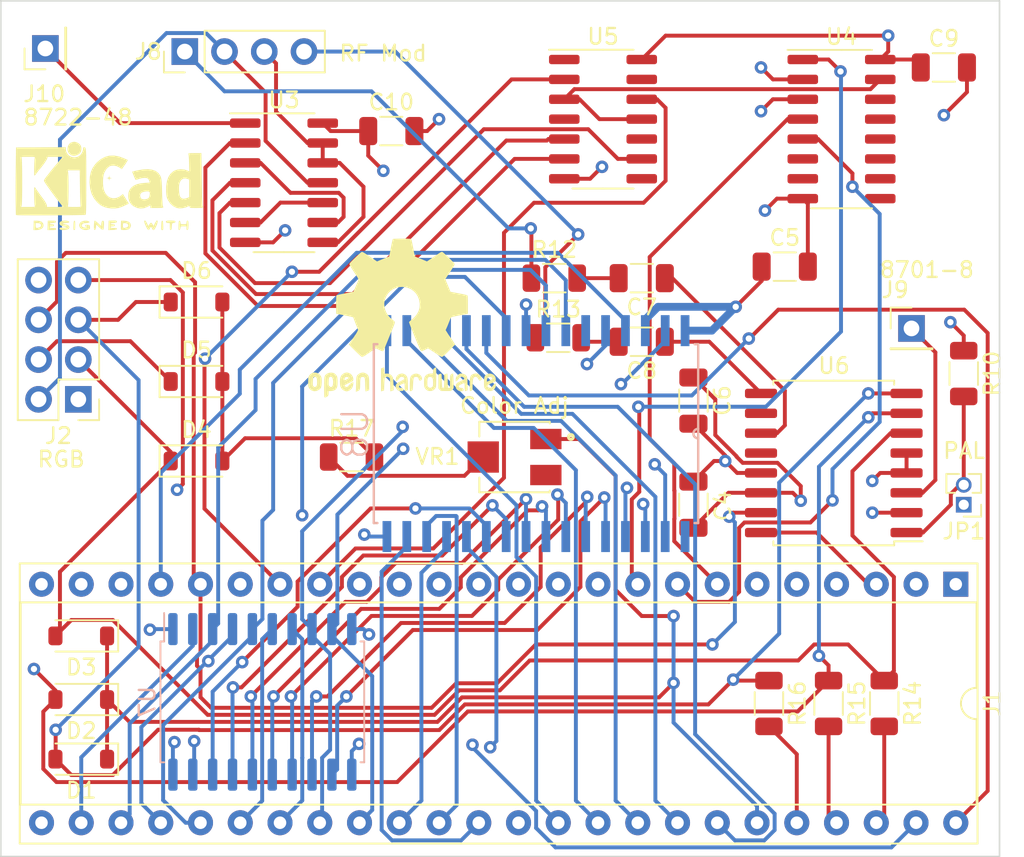
<source format=kicad_pcb>
(kicad_pcb (version 20221018) (generator pcbnew)
  (layers (0 "F.Cu" signal) (1 "In1.Cu" mixed "Power") (2 "In2.Cu" power "Ground") (31 "B.Cu" signal) (34 "B.Paste" user) (35 "F.Paste" user) (36 "B.SilkS" user "B.Silkscreen") (37 "F.SilkS" user "F.Silkscreen") (38 "B.Mask" user) (39 "F.Mask" user) (44 "Edge.Cuts" user))
  (net 0 "")
  (net 1 "GRN")
  (net 2 "RED")
  (net 3 "+5V")
  (net 4 "GND")
  (net 5 "Net-(C7-Pad2)")
  (net 6 "Net-(C8-Pad2)")
  (net 7 "VINT")
  (net 8 "BLU")
  (net 9 "Net-(D4-A)")
  (net 10 "HSYNC")
  (net 11 "{slash}CSVDC")
  (net 12 "R{slash}W")
  (net 13 "VSYNC")
  (net 14 "VBLU")
  (net 15 "VGRN")
  (net 16 "VRED")
  (net 17 "NTSC{slash}PAL")
  (net 18 "Net-(R17-Pad1)")
  (net 19 "A0")
  (net 20 "MOS8701p8")
  (net 21 "D7")
  (net 22 "D0")
  (net 23 "D1")
  (net 25 "{slash}RAS")
  (net 26 "{slash}CAS")
  (net 34 "DR{slash}W")
  (net 44 "~SELOUT")
  (net 45 "SELOUT")
  (net 46 "/VDC Memory Exp/DD7")
  (net 47 "/VDC Memory Exp/DD6")
  (net 48 "/VDC Memory Exp/DD5")
  (net 49 "/VDC Memory Exp/DD4")
  (net 50 "/VDC Memory Exp/DD3")
  (net 51 "/VDC Memory Exp/DD2")
  (net 52 "/VDC Memory Exp/DD1")
  (net 53 "/VDC Memory Exp/DD0")
  (net 54 "/VDC Memory Exp/DA7")
  (net 55 "/VDC Memory Exp/DA6")
  (net 56 "/VDC Memory Exp/DA5")
  (net 57 "/VDC Memory Exp/DA4")
  (net 58 "/VDC Memory Exp/DA3")
  (net 59 "/VDC Memory Exp/DA2")
  (net 60 "/VDC Memory Exp/DA1")
  (net 61 "/VDC Memory Exp/DA0")
  (net 62 "LUM80")
  (net 63 "CHR80")
  (net 64 "Net-(U6-LUM_OUT)")
  (net 65 "Net-(U6-CHROM_OUT)")
  (net 66 "Net-(U3-Pad10)")
  (net 67 "Net-(U3-Pad3)")
  (net 68 "Net-(U5B-Q)")
  (net 69 "Net-(U5A-Q)")
  (net 70 "Net-(U5A-~{Q})")
  (net 71 "Net-(U4-Y0)")
  (net 78 "MOS8722p48")
  (net 86 "Net-(U7-Q0)")
  (net 87 "Net-(U7-Q1)")
  (net 88 "Net-(U7-Q2)")
  (net 89 "Net-(U7-Q3)")
  (net 90 "Net-(U7-Q4)")
  (net 91 "Net-(U7-Q5)")
  (net 92 "Net-(U7-Q6)")
  (net 93 "Net-(U7-Q7)")
  (footprint "Package_SO:SOIC-16W_7.5x10.3mm_P1.27mm" (layer "F.Cu") (at 171.274 117.729 180)
    (fp_text reference "U6")
    (fp_text value "AD725")
  )
  (footprint "Diode_SMD:D_SOD-123" (layer "F.Cu") (at 130.556 112.522)
    (fp_text reference "D5")
    (fp_text value "1N4148W" hide)
  )
  (footprint "Resistor_SMD:R_1206_3216Metric" (layer "F.Cu") (at 153.416 105.918)
    (fp_text reference "R12")
    (fp_text value "75")
  )
  (footprint "Capacitor_SMD:C_1206_3216Metric" (layer "F.Cu") (at 143.002 96.52)
    (fp_text reference "C10")
    (fp_text value "0.1uF")
  )
  (footprint "Resistor_SMD:R_1206_3216Metric" (layer "F.Cu") (at 140.462 117.348)
    (fp_text reference "R17")
    (fp_text value "470")
  )
  (footprint "Diode_SMD:D_SOD-123" (layer "F.Cu") (at 130.556 107.442)
    (fp_text reference "D6")
    (fp_text value "1N4148W" hide)
  )
  (footprint "Connector_PinHeader_2.54mm:PinHeader_1x01_P2.54mm_Vertical" (layer "F.Cu") (at 176.240182 109.130822)
    (fp_text reference "J9")
    (fp_text value "8701p8")
  )
  (footprint "Package_SO:SOIC-14_3.9x8.7mm_P1.27mm" (layer "F.Cu") (at 136.144 99.822)
    (fp_text reference "U3")
    (fp_text value "74LS00")
  )
  (footprint "Capacitor_SMD:C_1206_3216Metric" (layer "F.Cu") (at 162.306 113.743 -90)
    (fp_text reference "C6")
    (fp_text value "0.1uF")
  )
  (footprint "Package_DIP:DIP-48_W15.24mm_Socket" (layer "F.Cu") (at 179.07 125.476 -90)
    (fp_text reference "J1")
    (fp_text value "VDC Socket" hide)
  )
  (footprint "Capacitor_SMD:C_1206_3216Metric" (layer "F.Cu") (at 162.306 120.396 90)
    (fp_text reference "C4")
    (fp_text value "10uF")
  )
  (footprint "Capacitor_SMD:C_1206_3216Metric" (layer "F.Cu") (at 178.308 92.456)
    (fp_text reference "C9")
    (fp_text value "0.1uF")
  )
  (footprint "LOGO" (layer "F.Cu") (at 124.957845 100.026055)
    (fp_text reference "G***" hide)
    (fp_text value "LOGO" hide)
  )
  (footprint "Package_SO:SO-14_3.9x8.65mm_P1.27mm" (layer "F.Cu") (at 156.529 95.758)
    (fp_text reference "U5")
    (fp_text value "74LS74")
  )
  (footprint "Resistor_SMD:R_1206_3216Metric" (layer "F.Cu") (at 174.498 133.096 -90)
    (fp_text reference "R14")
    (fp_text value "1k")
  )
  (footprint "Capacitor_SMD:C_1206_3216Metric" (layer "F.Cu") (at 159.004 105.918 180)
    (fp_text reference "C7")
    (fp_text value "220uF")
  )
  (footprint "Capacitor_SMD:C_1206_3216Metric" (layer "F.Cu") (at 159.004 109.982 180)
    (fp_text reference "C8")
    (fp_text value "220uF")
  )
  (footprint "Diode_SMD:D_SOD-123" (layer "F.Cu") (at 130.556 117.602)
    (fp_text reference "D4")
    (fp_text value "1N4148W" hide)
  )
  (footprint "Resistor_SMD:R_1206_3216Metric" (layer "F.Cu") (at 179.578 112.014 -90)
    (fp_text reference "R10")
    (fp_text value "10k")
  )
  (footprint "Connector_PinHeader_2.54mm:PinHeader_1x04_P2.54mm_Vertical" (layer "F.Cu") (at 129.804 91.44 90)
    (fp_text reference "J8")
    (fp_text value "VIDOUT" hide)
  )
  (footprint "Capacitor_SMD:C_1206_3216Metric" (layer "F.Cu") (at 168.140902 105.182831)
    (fp_text reference "C5")
    (fp_text value "0.1uF")
  )
  (footprint "Resistor_SMD:R_1206_3216Metric" (layer "F.Cu") (at 167.132 133.096 -90)
    (fp_text reference "R16")
    (fp_text value "1k")
  )
  (footprint "Connector_PinHeader_1.27mm:PinHeader_1x02_P1.27mm_Vertical" (layer "F.Cu") (at 179.578 120.396 180)
    (fp_text reference "JP1")
    (fp_text value "NTSC/PAL")
  )
  (footprint "Resistor_SMD:R_1206_3216Metric" (layer "F.Cu") (at 170.942 133.096 -90)
    (fp_text reference "R15")
    (fp_text value "1k")
  )
  (footprint "Diode_SMD:D_SOD-123" (layer "F.Cu") (at 123.19 132.842 180)
    (fp_text reference "D2")
    (fp_text value "1N4148W" hide)
  )
  (footprint "Diode_SMD:D_SOD-123" (layer "F.Cu") (at 123.19 136.652 180)
    (fp_text reference "D1")
    (fp_text value "1N4148W" hide)
  )
  (footprint "LOGO" (layer "F.Cu") (at 143.674179 108.452411)
    (fp_text reference "G***" hide)
    (fp_text value "LOGO" hide)
  )
  (footprint "Resistor_SMD:R_1206_3216Metric" (layer "F.Cu") (at 153.67 109.728)
    (fp_text reference "R13")
    (fp_text value "75")
  )
  (footprint "Package_SO:SOIC-16_3.9x9.9mm_P1.27mm" (layer "F.Cu") (at 171.769 96.393)
    (fp_text reference "U4")
    (fp_text value "74HC238")
  )
  (footprint "Diode_SMD:D_SOD-123" (layer "F.Cu") (at 123.19 128.778 180)
    (fp_text reference "D3")
    (fp_text value "1N4148W" hide)
  )
  (footprint "Connector_PinHeader_2.54mm:PinHeader_1x01_P2.54mm_Vertical" (layer "F.Cu") (at 120.896643 91.243806 90)
    (fp_text reference "J10")
    (fp_text value "8722p48" hide)
  )
  (footprint "r2v2_proj_models:TRIM_3314J-1-501E" (layer "F.Cu") (at 150.876 117.348 90)
    (fp_text reference "VR1")
    (fp_text value "Color Adj")
  )
  (footprint "Connector_PinHeader_2.54mm:PinHeader_2x04_P2.54mm_Vertical" (layer "F.Cu") (at 123.002887 113.661445 180)
    (fp_text reference "J2")
    (fp_text value "RGBout")
  )
  (footprint "Package_SO:SOIC-20W_7.5x12.8mm_P1.27mm" (layer "B.Cu") (at 134.760431 132.993162 -90)
    (fp_text reference "U7")
    (fp_text value "74LS573")
  )
  (footprint "r2v2_proj_models:SOIC127P1412X305-32N" (layer "B.Cu") (at 152.246757 115.850885 90)
    (fp_text reference "U8")
    (fp_text value "IS62C1024AL-35QLI-TR" hide)
  )
  (gr_rect (start 118.04804 88.195151) (end 181.864 142.875) (stroke (width 0.1)) (fill none) (layer "Edge.Cuts"))
  (gr_text "8701-8" (at 174.124874 105.96886) (layer "F.SilkS") (effects (font (size 1 1)) (justify left bottom)))
  (gr_text "PAL" (at 178.171749 117.529264) (layer "F.SilkS") (effects (font (size 1 1)) (justify left bottom)))
  (gr_text "RGB" (at 120.308385 118.077865) (layer "F.SilkS") (effects (font (size 1 1)) (justify left bottom)))
  (gr_text "8722-48" (at 119.407804 96.229744) (layer "F.SilkS") (effects (font (size 1 1)) (justify left bottom)))
  (gr_text "RF Mod" (at 139.594216 92.137563) (layer "F.SilkS") (effects (font (size 1 1)) (justify left bottom)))
  (segment (start 168.9715 133.604) (end 170.942 131.6335) (width 0.25) (layer "F.Cu") (net 1))
  (segment (start 170.325 130.048) (end 170.942 130.665) (width 0.25) (layer "F.Cu") (net 1))
  (segment (start 143.377808 138.118) (end 147.891808 133.604) (width 0.25) (layer "F.Cu") (net 1))
  (segment (start 121.54 132.265498) (end 121.54 132.842) (width 0.25) (layer "F.Cu") (net 1))
  (segment (start 120.765 137.275) (end 121.608 138.118) (width 0.25) (layer "F.Cu") (net 1))
  (segment (start 128.906 112.522) (end 126.330445 109.946445) (width 0.25) (layer "F.Cu") (net 1))
  (segment (start 147.891808 133.604) (end 168.9715 133.604) (width 0.25) (layer "F.Cu") (net 1))
  (segment (start 121.54 132.842) (end 120.765 133.617) (width 0.25) (layer "F.Cu") (net 1))
  (segment (start 120.167178 130.892676) (end 121.54 132.265498) (width 0.25) (layer "F.Cu") (net 1))
  (segment (start 121.608 138.118) (end 143.377808 138.118) (width 0.25) (layer "F.Cu") (net 1))
  (segment (start 126.330445 109.946445) (end 121.637887 109.946445) (width 0.25) (layer "F.Cu") (net 1))
  (segment (start 121.637887 109.946445) (end 120.462887 111.121445) (width 0.25) (layer "F.Cu") (net 1))
  (segment (start 173.736 114.554) (end 175.924 114.554) (width 0.25) (layer "F.Cu") (net 1))
  (segment (start 170.942 130.665) (end 170.942 131.6335) (width 0.25) (layer "F.Cu") (net 1))
  (segment (start 120.765 133.617) (end 120.765 137.275) (width 0.25) (layer "F.Cu") (net 1))
  (segment (start 173.482 114.808) (end 173.736 114.554) (width 0.25) (layer "F.Cu") (net 1))
  (via (at 170.325 130.048) (size 0.8) (drill 0.4) (layers "F.Cu" "B.Cu") (net 1))
  (via (at 120.167178 130.892676) (size 0.8) (drill 0.4) (layers "F.Cu" "B.Cu") (net 1))
  (via (at 173.482 114.808) (size 0.8) (drill 0.4) (layers "F.Cu" "B.Cu") (net 1))
  (segment (start 170.325 130.048) (end 170.325 117.965) (width 0.25) (layer "B.Cu") (net 1))
  (segment (start 170.325 117.965) (end 173.482 114.808) (width 0.25) (layer "B.Cu") (net 1))
  (segment (start 145.765656 133.820964) (end 131.267016 133.820964) (width 0.25) (layer "F.Cu") (net 2))
  (segment (start 147.33262 132.254) (end 145.765656 133.820964) (width 0.25) (layer "F.Cu") (net 2))
  (segment (start 169.000482 130.347213) (end 151.846787 130.347213) (width 0.25) (layer "F.Cu") (net 2))
  (segment (start 175.924 115.824) (end 174.899001 115.824) (width 0.25) (layer "F.Cu") (net 2))
  (segment (start 122.111 128.207) (end 121.54 128.778) (width 0.25) (layer "F.Cu") (net 2))
  (segment (start 122.556 127.762) (end 122.111 128.207) (width 0.25) (layer "F.Cu") (net 2))
  (segment (start 131.267016 133.820964) (end 125.208052 127.762) (width 0.25) (layer "F.Cu") (net 2))
  (segment (start 121.828208 128.489792) (end 121.54 128.778) (width 0.25) (layer "F.Cu") (net 2))
  (segment (start 123.002887 111.121445) (end 128.906 117.024558) (width 0.25) (layer "F.Cu") (net 2))
  (segment (start 174.498 131.6335) (end 172.1875 129.323) (width 0.25) (layer "F.Cu") (net 2))
  (segment (start 149.94 132.254) (end 147.33262 132.254) (width 0.25) (layer "F.Cu") (net 2))
  (segment (start 151.846787 130.347213) (end 149.94 132.254) (width 0.25) (layer "F.Cu") (net 2))
  (segment (start 175.115 125.010009) (end 175.115 131.0165) (width 0.25) (layer "F.Cu") (net 2))
  (segment (start 172.466 118.257001) (end 172.466 122.361009) (width 0.25) (layer "F.Cu") (net 2))
  (segment (start 128.906 117.602) (end 121.828208 124.679792) (width 0.25) (layer "F.Cu") (net 2))
  (segment (start 128.906 117.024558) (end 128.906 117.602) (width 0.25) (layer "F.Cu") (net 2))
  (segment (start 174.899001 115.824) (end 172.466 118.257001) (width 0.25) (layer "F.Cu") (net 2))
  (segment (start 121.828208 124.679792) (end 121.828208 128.489792) (width 0.25) (layer "F.Cu") (net 2))
  (segment (start 175.115 131.0165) (end 174.498 131.6335) (width 0.25) (layer "F.Cu") (net 2))
  (segment (start 172.466 122.361009) (end 175.115 125.010009) (width 0.25) (layer "F.Cu") (net 2))
  (segment (start 125.208052 127.762) (end 122.556 127.762) (width 0.25) (layer "F.Cu") (net 2))
  (segment (start 172.1875 129.323) (end 170.024695 129.323) (width 0.25) (layer "F.Cu") (net 2))
  (segment (start 170.024695 129.323) (end 169.000482 130.347213) (width 0.25) (layer "F.Cu") (net 2))
  (segment (start 162.306 112.268) (end 163.703086 113.665086) (width 0.25) (layer "F.Cu") (net 3))
  (segment (start 141.527 98.093) (end 142.494 99.06) (width 0.25) (layer "F.Cu") (net 3))
  (segment (start 175.924 118.364) (end 174.244 118.364) (width 0.25) (layer "F.Cu") (net 3))
  (segment (start 160.528 90.424) (end 159.004 91.948) (width 0.25) (layer "F.Cu") (net 3))
  (segment (start 167.679908 117.719) (end 169.164 119.203092) (width 0.25) (layer "F.Cu") (net 3))
  (segment (start 174.752 91.44) (end 174.752 90.424) (width 0.25) (layer "F.Cu") (net 3))
  (segment (start 168.656 119.634) (end 169.164 120.142) (width 0.25) (layer "F.Cu") (net 3))
  (segment (start 165.063 117.301695) (end 165.063 117.326934) (width 0.25) (layer "F.Cu") (net 3))
  (segment (start 174.244 91.948) (end 174.752 91.44) (width 0.25) (layer "F.Cu") (net 3))
  (segment (start 174.244 91.948) (end 176.325 91.948) (width 0.25) (layer "F.Cu") (net 3))
  (segment (start 163.703086 113.665086) (end 163.703086 115.941781) (width 0.25) (layer "F.Cu") (net 3))
  (segment (start 176.325 91.948) (end 176.833 92.456) (width 0.25) (layer "F.Cu") (net 3))
  (segment (start 174.752 90.424) (end 160.528 90.424) (width 0.25) (layer "F.Cu") (net 3))
  (segment (start 166.665902 106.091491) (end 165.008008 107.749385) (width 0.25) (layer "F.Cu") (net 3))
  (segment (start 141.527 96.52) (end 141.527 98.093) (width 0.25) (layer "F.Cu") (net 3))
  (segment (start 179.578 110.5515) (end 179.578 109.584421) (width 0.25) (layer "F.Cu") (net 3))
  (segment (start 174.244 118.364) (end 173.736 118.872) (width 0.25) (layer "F.Cu") (net 3))
  (segment (start 139.127 96.52) (end 138.619 96.012) (width 0.25) (layer "F.Cu") (net 3))
  (segment (start 165.063 117.326934) (end 165.455066 117.719) (width 0.25) (layer "F.Cu") (net 3))
  (segment (start 169.164 119.203092) (end 169.164 120.142) (width 0.25) (layer "F.Cu") (net 3))
  (segment (start 179.578 109.584421) (end 178.724805 108.731226) (width 0.25) (layer "F.Cu") (net 3))
  (segment (start 175.924 117.094) (end 175.924 118.364) (width 0.25) (layer "F.Cu") (net 3))
  (segment (start 163.703086 115.941781) (end 165.063 117.301695) (width 0.25) (layer "F.Cu") (net 3))
  (segment (start 164.543 119.634) (end 166.624 119.634) (width 0.25) (layer "F.Cu") (net 3))
  (segment (start 166.624 119.634) (end 168.656 119.634) (width 0.25) (layer "F.Cu") (net 3))
  (segment (start 141.527 96.52) (end 139.127 96.52) (width 0.25) (layer "F.Cu") (net 3))
  (segment (start 162.306 121.871) (end 164.543 119.634) (width 0.25) (layer "F.Cu") (net 3))
  (segment (start 166.665902 105.182831) (end 166.665902 106.091491) (width 0.25) (layer "F.Cu") (net 3))
  (segment (start 165.455066 117.719) (end 167.679908 117.719) (width 0.25) (layer "F.Cu") (net 3))
  (via (at 165.008008 107.749385) (size 0.8) (drill 0.4) (layers "F.Cu" "B.Cu") (net 3))
  (via (at 169.164 120.142) (size 0.8) (drill 0.4) (layers "F.Cu" "B.Cu") (net 3))
  (via (at 142.494 99.06) (size 0.8) (drill 0.4) (layers "F.Cu" "B.Cu") (net 3))
  (via (at 174.752 90.424) (size 0.8) (drill 0.4) (layers "F.Cu" "B.Cu") (net 3))
  (via (at 129.145431 135.564411) (size 0.8) (drill 0.4) (layers "F.Cu" "B.Cu") (net 3))
  (via (at 173.736 118.872) (size 0.8) (drill 0.4) (layers "F.Cu" "B.Cu") (net 3))
  (via (at 178.724805 108.731226) (size 0.8) (drill 0.4) (layers "F.Cu" "B.Cu") (net 3))
  (segment (start 129.045431 137.643162) (end 129.045431 135.664411) (width 0.25) (layer "B.Cu") (net 3))
  (segment (start 163.485108 109.272285) (end 165.008008 107.749385) (width 0.5) (layer "B.Cu") (net 3))
  (segment (start 161.771757 109.272285) (end 163.485108 109.272285) (width 0.5) (layer "B.Cu") (net 3))
  (segment (start 159.231757 109.272285) (end 159.231757 108.561085) (width 0.5) (layer "B.Cu") (net 3))
  (segment (start 160.043457 107.749385) (end 165.008008 107.749385) (width 0.5) (layer "B.Cu") (net 3))
  (segment (start 159.231757 108.561085) (end 160.043457 107.749385) (width 0.5) (layer "B.Cu") (net 3))
  (segment (start 129.045431 135.664411) (end 129.145431 135.564411) (width 0.25) (layer "B.Cu") (net 3))
  (segment (start 162.306 115.218) (end 164.338 117.25) (width 0.25) (layer "F.Cu") (net 4))
  (segment (start 169.294 93.218) (end 167.386 93.218) (width 0.25) (layer "F.Cu") (net 4))
  (segment (start 165.1 118.364) (end 164.338 117.602) (width 0.25) (layer "F.Cu") (net 4))
  (segment (start 169.615902 101.159902) (end 169.615902 105.182831) (width 0.25) (layer "F.Cu") (net 4))
  (segment (start 179.783 92.456) (end 179.783 94.029) (width 0.25) (layer "F.Cu") (net 4))
  (segment (start 169.294 100.838) (end 167.64 100.838) (width 0.25) (layer "F.Cu") (net 4))
  (segment (start 164.338 117.25) (end 164.338 117.602) (width 0.25) (layer "F.Cu") (net 4))
  (segment (start 144.477 96.52) (end 145.288 96.52) (width 0.25) (layer "F.Cu") (net 4))
  (segment (start 162.306 118.921) (end 163.625 117.602) (width 0.25) (layer "F.Cu") (net 4))
  (segment (start 167.64 100.838) (end 166.878 101.6) (width 0.25) (layer "F.Cu") (net 4))
  (segment (start 175.924 120.904) (end 173.736 120.904) (width 0.25) (layer "F.Cu") (net 4))
  (segment (start 167.386 94.488) (end 166.624 95.25) (width 0.25) (layer "F.Cu") (net 4))
  (segment (start 155.702 99.568) (end 156.464 98.806) (width 0.25) (layer "F.Cu") (net 4))
  (segment (start 179.783 94.029) (end 178.308 95.504) (width 0.25) (layer "F.Cu") (net 4))
  (segment (start 167.386 93.218) (end 166.624 92.456) (width 0.25) (layer "F.Cu") (net 4))
  (segment (start 154.054 99.568) (end 155.702 99.568) (width 0.25) (layer "F.Cu") (net 4))
  (segment (start 169.294 100.838) (end 169.615902 101.159902) (width 0.25) (layer "F.Cu") (net 4))
  (segment (start 145.288 96.52) (end 146.05 95.758) (width 0.25) (layer "F.Cu") (net 4))
  (segment (start 133.669 103.632) (end 135.450785 103.632) (width 0.25) (layer "F.Cu") (net 4))
  (segment (start 169.294 94.488) (end 167.386 94.488) (width 0.25) (layer "F.Cu") (net 4))
  (segment (start 135.450785 103.632) (end 136.217356 102.865429) (width 0.25) (layer "F.Cu") (net 4))
  (segment (start 163.625 117.602) (end 164.338 117.602) (width 0.25) (layer "F.Cu") (net 4))
  (segment (start 166.624 118.364) (end 165.1 118.364) (width 0.25) (layer "F.Cu") (net 4))
  (via (at 166.624 92.456) (size 0.8) (drill 0.4) (layers "F.Cu" "B.Cu") (net 4))
  (via (at 178.308 95.504) (size 0.8) (drill 0.4) (layers "F.Cu" "B.Cu") (net 4))
  (via (at 146.05 95.758) (size 0.8) (drill 0.4) (layers "F.Cu" "B.Cu") (net 4))
  (via (at 156.464 98.806) (size 0.8) (drill 0.4) (layers "F.Cu" "B.Cu") (net 4))
  (via (at 166.624 95.25) (size 0.8) (drill 0.4) (layers "F.Cu" "B.Cu") (net 4))
  (via (at 141.277743 122.303064) (size 0.8) (drill 0.4) (layers "F.Cu" "B.Cu") (net 4))
  (via (at 173.736 120.904) (size 0.8) (drill 0.4) (layers "F.Cu" "B.Cu") (net 4))
  (via (at 151.613207 107.604487) (size 0.8) (drill 0.4) (layers "F.Cu" "B.Cu") (net 4))
  (via (at 136.217356 102.865429) (size 0.8) (drill 0.4) (layers "F.Cu" "B.Cu") (net 4))
  (via (at 166.878 101.6) (size 0.8) (drill 0.4) (layers "F.Cu" "B.Cu") (net 4))
  (via (at 127.58 128.381552) (size 0.8) (drill 0.4) (layers "F.Cu" "B.Cu") (net 4))
  (via (at 159.833852 117.81572) (size 0.8) (drill 0.4) (layers "F.Cu" "B.Cu") (net 4))
  (via (at 164.338 117.602) (size 0.8) (drill 0.4) (layers "F.Cu" "B.Cu") (net 4))
  (via (at 141.574373 128.685899) (size 0.8) (drill 0.4) (layers "F.Cu" "B.Cu") (net 4))
  (segment (start 151.611757 108.721153) (end 151.611757 109.272285) (width 0.25) (layer "B.Cu") (net 4))
  (segment (start 160.501757 118.483625) (end 159.833852 117.81572) (width 0.25) (layer "B.Cu") (net 4))
  (segment (start 141.231636 128.343162) (end 141.574373 128.685899) (width 0.25) (layer "B.Cu") (net 4))
  (segment (start 129.045431 128.343162) (end 127.61839 128.343162) (width 0.25) (layer "B.Cu") (net 4))
  (segment (start 160.501757 122.429485) (end 160.501757 118.483625) (width 0.25) (layer "B.Cu") (net 4))
  (segment (start 127.61839 128.343162) (end 127.58 128.381552) (width 0.25) (layer "B.Cu") (net 4))
  (segment (start 140.475431 128.343162) (end 141.231636 128.343162) (width 0.25) (layer "B.Cu") (net 4))
  (segment (start 141.404164 122.429485) (end 141.277743 122.303064) (width 0.25) (layer "B.Cu") (net 4))
  (segment (start 142.721757 122.429485) (end 141.404164 122.429485) (width 0.25) (layer "B.Cu") (net 4))
  (segment (start 151.613207 108.719703) (end 151.611757 108.721153) (width 0.25) (layer "B.Cu") (net 4))
  (segment (start 151.613207 107.604487) (end 151.613207 108.719703) (width 0.25) (layer "B.Cu") (net 4))
  (segment (start 157.529 105.918) (end 154.8785 105.918) (width 0.25) (layer "F.Cu") (net 5))
  (segment (start 155.3865 109.982) (end 155.1325 109.728) (width 0.25) (layer "F.Cu") (net 6))
  (segment (start 157.529 109.982) (end 155.3865 109.982) (width 0.25) (layer "F.Cu") (net 6))
  (segment (start 147.519016 132.704) (end 160.11217 132.704) (width 0.25) (layer "F.Cu") (net 7))
  (segment (start 126.268964 134.270964) (end 145.952052 134.270964) (width 0.25) (layer "F.Cu") (net 7))
  (segment (start 157.335 118.548002) (end 157.335 125.839) (width 0.25) (layer "F.Cu") (net 7))
  (segment (start 154.984998 116.198) (end 157.335 118.548002) (width 0.25) (layer "F.Cu") (net 7))
  (segment (start 157.335 125.839) (end 159.004 127.508) (width 0.25) (layer "F.Cu") (net 7))
  (segment (start 160.11217 132.704) (end 161.036 131.78017) (width 0.25) (layer "F.Cu") (net 7))
  (segment (start 152.876 116.198) (end 154.984998 116.198) (width 0.25) (layer "F.Cu") (net 7))
  (segment (start 159.004 127.508) (end 161.036 127.508) (width 0.25) (layer "F.Cu") (net 7))
  (segment (start 124.84 132.842) (end 124.84 136.652) (width 0.25) (layer "F.Cu") (net 7))
  (segment (start 124.84 128.778) (end 124.84 132.842) (width 0.25) (layer "F.Cu") (net 7))
  (segment (start 145.952052 134.270964) (end 147.519016 132.704) (width 0.25) (layer "F.Cu") (net 7))
  (segment (start 124.84 132.842) (end 126.268964 134.270964) (width 0.25) (layer "F.Cu") (net 7))
  (via (at 161.036 131.78017) (size 0.8) (drill 0.4) (layers "F.Cu" "B.Cu") (net 7))
  (via (at 161.036 127.508) (size 0.8) (drill 0.4) (layers "F.Cu" "B.Cu") (net 7))
  (segment (start 161.036 131.78017) (end 161.036 134.31795) (width 0.25) (layer "B.Cu") (net 7))
  (segment (start 161.036 127.508) (end 161.036 131.78017) (width 0.25) (layer "B.Cu") (net 7))
  (segment (start 166.37 139.65195) (end 166.37 140.716) (width 0.25) (layer "B.Cu") (net 7))
  (segment (start 161.036 134.31795) (end 166.37 139.65195) (width 0.25) (layer "B.Cu") (net 7))
  (segment (start 130.706003 134.773462) (end 128.10259 134.773462) (width 0.25) (layer "F.Cu") (net 8))
  (segment (start 121.553915 134.778486) (end 121.553915 136.638085) (width 0.25) (layer "F.Cu") (net 8))
  (segment (start 164.9075 131.6335) (end 164.846 131.572) (width 0.25) (layer "F.Cu") (net 8))
  (segment (start 163.264 133.154) (end 147.705412 133.154) (width 0.25) (layer "F.Cu") (net 8))
  (segment (start 125.542887 108.581445) (end 126.682332 107.442) (width 0.25) (layer "F.Cu") (net 8))
  (segment (start 122.556 137.668) (end 121.54 136.652) (width 0.25) (layer "F.Cu") (net 8))
  (segment (start 167.132 131.6335) (end 164.9075 131.6335) (width 0.25) (layer "F.Cu") (net 8))
  (segment (start 125.208052 137.668) (end 122.556 137.668) (width 0.25) (layer "F.Cu") (net 8))
  (segment (start 128.906 107.442) (end 126.682332 107.442) (width 0.25) (layer "F.Cu") (net 8))
  (segment (start 173.482 113.284) (end 175.924 113.284) (width 0.25) (layer "F.Cu") (net 8))
  (segment (start 147.705412 133.154) (end 146.06368 134.795732) (width 0.25) (layer "F.Cu") (net 8))
  (segment (start 128.10259 134.773462) (end 125.208052 137.668) (width 0.25) (layer "F.Cu") (net 8))
  (segment (start 130.728273 134.795732) (end 130.706003 134.773462) (width 0.25) (layer "F.Cu") (net 8))
  (segment (start 164.846 131.572) (end 163.264 133.154) (width 0.25) (layer "F.Cu") (net 8))
  (segment (start 146.06368 134.795732) (end 130.728273 134.795732) (width 0.25) (layer "F.Cu") (net 8))
  (segment (start 123.002887 108.581445) (end 125.542887 108.581445) (width 0.25) (layer "F.Cu") (net 8))
  (segment (start 121.553915 136.638085) (end 121.54 136.652) (width 0.25) (layer "F.Cu") (net 8))
  (via (at 173.482 113.284) (size 0.8) (drill 0.4) (layers "F.Cu" "B.Cu") (net 8))
  (via (at 164.846 131.572) (size 0.8) (drill 0.4) (layers "F.Cu" "B.Cu") (net 8))
  (via (at 121.553915 134.778486) (size 0.8) (drill 0.4) (layers "F.Cu" "B.Cu") (net 8))
  (segment (start 167.785 128.633) (end 167.785 118.981) (width 0.25) (layer "B.Cu") (net 8))
  (segment (start 126.855 129.477401) (end 121.553915 134.778486) (width 0.25) (layer "B.Cu") (net 8))
  (segment (start 164.846 131.572) (end 167.785 128.633) (width 0.25) (layer "B.Cu") (net 8))
  (segment (start 123.002887 108.581445) (end 126.855 112.433558) (width 0.25) (layer "B.Cu") (net 8))
  (segment (start 126.855 112.433558) (end 126.855 129.477401) (width 0.25) (layer "B.Cu") (net 8))
  (segment (start 167.785 118.981) (end 173.482 113.284) (width 0.25) (layer "B.Cu") (net 8))
  (segment (start 132.206 107.442) (end 132.206 112.522) (width 0.25) (layer "F.Cu") (net 9))
  (segment (start 132.206 117.602) (end 133.66 116.148) (width 0.25) (layer "F.Cu") (net 9))
  (segment (start 132.206 112.522) (end 132.206 117.602) (width 0.25) (layer "F.Cu") (net 9))
  (segment (start 133.66 116.148) (end 140.7245 116.148) (width 0.25) (layer "F.Cu") (net 9))
  (segment (start 140.7245 116.148) (end 141.9245 117.348) (width 0.25) (layer "F.Cu") (net 9))
  (segment (start 129.681 106.832948) (end 128.889497 106.041445) (width 0.25) (layer "F.Cu") (net 10))
  (segment (start 170.179765 122.174) (end 173.481765 125.476) (width 0.25) (layer "F.Cu") (net 10))
  (segment (start 166.624 122.174) (end 170.179765 122.174) (width 0.25) (layer "F.Cu") (net 10))
  (segment (start 129.31304 119.439236) (end 129.681 119.071276) (width 0.25) (layer "F.Cu") (net 10))
  (segment (start 173.481765 125.476) (end 173.99 125.476) (width 0.25) (layer "F.Cu") (net 10))
  (segment (start 129.681 119.071276) (end 129.681 106.832948) (width 0.25) (layer "F.Cu") (net 10))
  (segment (start 128.889497 106.041445) (end 123.002887 106.041445) (width 0.25) (layer "F.Cu") (net 10))
  (via (at 129.31304 119.439236) (size 0.8) (drill 0.4) (layers "F.Cu" "B.Cu") (net 10))
  (segment (start 161.094274 121.287626) (end 161.094274 119.504374) (width 0.25) (layer "F.Cu") (net 11))
  (segment (start 161.081 117.758433) (end 159.512 116.189433) (width 0.25) (layer "F.Cu") (net 11))
  (segment (start 161.081 121.3009) (end 161.094274 121.287626) (width 0.25) (layer "F.Cu") (net 11))
  (segment (start 161.081 119.4911) (end 161.081 117.758433) (width 0.25) (layer "F.Cu") (net 11))
  (segment (start 159.512 104.565001) (end 168.319001 95.758) (width 0.25) (layer "F.Cu") (net 11))
  (segment (start 161.094274 119.504374) (end 161.081 119.4911) (width 0.25) (layer "F.Cu") (net 11))
  (segment (start 163.83 125.476) (end 161.081 122.727) (width 0.25) (layer "F.Cu") (net 11))
  (segment (start 168.319001 95.758) (end 169.294 95.758) (width 0.25) (layer "F.Cu") (net 11))
  (segment (start 161.081 122.727) (end 161.081 121.3009) (width 0.25) (layer "F.Cu") (net 11))
  (segment (start 159.512 116.189433) (end 159.512 104.565001) (width 0.25) (layer "F.Cu") (net 11))
  (segment (start 158.844489 114.195936) (end 158.844489 119.574215) (width 0.25) (layer "F.Cu") (net 12))
  (segment (start 158.368045 120.050659) (end 158.368045 125.094045) (width 0.25) (layer "F.Cu") (net 12))
  (segment (start 158.787 114.138447) (end 158.844489 114.195936) (width 0.25) (layer "F.Cu") (net 12))
  (segment (start 171.704 92.71) (end 170.942 91.948) (width 0.25) (layer "F.Cu") (net 12))
  (segment (start 158.844489 119.574215) (end 158.368045 120.050659) (width 0.25) (layer "F.Cu") (net 12))
  (segment (start 158.368045 125.094045) (end 158.75 125.476) (width 0.25) (layer "F.Cu") (net 12))
  (segment (start 170.942 91.948) (end 169.294 91.948) (width 0.25) (layer "F.Cu") (net 12))
  (via (at 171.704 92.71) (size 0.8) (drill 0.4) (layers "F.Cu" "B.Cu") (net 12))
  (via (at 158.787 114.138447) (size 0.8) (drill 0.4) (layers "F.Cu" "B.Cu") (net 12))
  (segment (start 171.735656 109.334111) (end 171.735656 92.741656) (width 0.25) (layer "B.Cu") (net 12))
  (segment (start 166.935495 114.134272) (end 171.735656 109.334111) (width 0.25) (layer "B.Cu") (net 12))
  (segment (start 158.787 114.138447) (end 158.791175 114.134272) (width 0.25) (layer "B.Cu") (net 12))
  (segment (start 158.791175 114.134272) (end 166.935495 114.134272) (width 0.25) (layer "B.Cu") (net 12))
  (segment (start 171.735656 92.741656) (end 171.704 92.71) (width 0.25) (layer "B.Cu") (net 12))
  (segment (start 130.81 125.476) (end 130.81 129.862504) (width 0.25) (layer "F.Cu") (net 13))
  (segment (start 130.81 130.910494) (end 130.81 132.696608) (width 0.25) (layer "F.Cu") (net 13))
  (segment (start 130.81 129.862504) (end 130.58631 130.086194) (width 0.25) (layer "F.Cu") (net 13))
  (segment (start 145.57926 133.370964) (end 147.146224 131.804) (width 0.25) (layer "F.Cu") (net 13))
  (segment (start 128.589212 104.302969) (end 122.201364 104.302969) (width 0.25) (layer "F.Cu") (net 13))
  (segment (start 130.375811 125.23607) (end 130.375811 110.761462) (width 0.25) (layer "F.Cu") (net 13))
  (segment (start 121.637887 104.866446) (end 121.637887 107.406445) (width 0.25) (layer "F.Cu") (net 13))
  (segment (start 130.463593 110.67368) (end 130.463593 106.17735) (width 0.25) (layer "F.Cu") (net 13))
  (segment (start 122.201364 104.302969) (end 121.637887 104.866446) (width 0.25) (layer "F.Cu") (net 13))
  (segment (start 130.463593 106.17735) (end 128.589212 104.302969) (width 0.25) (layer "F.Cu") (net 13))
  (segment (start 147.146224 131.804) (end 149.753604 131.804) (width 0.25) (layer "F.Cu") (net 13))
  (segment (start 166.624 120.904) (end 164.846 120.904) (width 0.25) (layer "F.Cu") (net 13))
  (segment (start 130.58631 130.686804) (end 130.81 130.910494) (width 0.25) (layer "F.Cu") (net 13))
  (segment (start 130.81 125.476) (end 130.615741 125.476) (width 0.25) (layer "F.Cu") (net 13))
  (segment (start 130.375811 110.761462) (end 130.463593 110.67368) (width 0.25) (layer "F.Cu") (net 13))
  (segment (start 130.58631 130.086194) (end 130.58631 130.686804) (width 0.25) (layer "F.Cu") (net 13))
  (segment (start 149.753604 131.804) (end 152.23304 129.324564) (width 0.25) (layer "F.Cu") (net 13))
  (segment (start 121.637887 107.406445) (end 120.462887 108.581445) (width 0.25) (layer "F.Cu") (net 13))
  (segment (start 164.846 120.904) (end 164.592 121.158) (width 0.25) (layer "F.Cu") (net 13))
  (segment (start 131.484356 133.370964) (end 145.57926 133.370964) (width 0.25) (layer "F.Cu") (net 13))
  (segment (start 152.23304 129.324564) (end 163.518118 129.324564) (width 0.25) (layer "F.Cu") (net 13))
  (segment (start 130.81 132.696608) (end 131.484356 133.370964) (width 0.25) (layer "F.Cu") (net 13))
  (segment (start 130.615741 125.476) (end 130.375811 125.23607) (width 0.25) (layer "F.Cu") (net 13))
  (via (at 164.592 121.158) (size 0.8) (drill 0.4) (layers "F.Cu" "B.Cu") (net 13))
  (via (at 163.518118 129.324564) (size 0.8) (drill 0.4) (layers "F.Cu" "B.Cu") (net 13))
  (segment (start 164.955 121.521) (end 164.592 121.158) (width 0.25) (layer "B.Cu") (net 13))
  (segment (start 163.518118 129.324564) (end 164.955 127.887682) (width 0.25) (layer "B.Cu") (net 13))
  (segment (start 164.955 127.887682) (end 164.955 121.521) (width 0.25) (layer "B.Cu") (net 13))
  (segment (start 168.91 136.3365) (end 168.91 140.716) (width 0.25) (layer "F.Cu") (net 14))
  (segment (start 167.132 134.5585) (end 168.91 136.3365) (width 0.25) (layer "F.Cu") (net 14))
  (segment (start 170.942 140.208) (end 171.45 140.716) (width 0.25) (layer "F.Cu") (net 15))
  (segment (start 170.942 134.5585) (end 170.942 140.208) (width 0.25) (layer "F.Cu") (net 15))
  (segment (start 174.498 140.208) (end 173.99 140.716) (width 0.25) (layer "F.Cu") (net 16))
  (segment (start 174.498 134.5585) (end 174.498 140.208) (width 0.25) (layer "F.Cu") (net 16))
  (segment (start 175.924 122.174) (end 176.973902 122.174) (width 0.25) (layer "F.Cu") (net 17))
  (segment (start 179.330236 119.126) (end 179.578 119.126) (width 0.25) (layer "F.Cu") (net 17))
  (segment (start 179.578 113.4765) (end 179.578 119.126) (width 0.25) (layer "F.Cu") (net 17))
  (segment (start 178.753 119.703236) (end 179.330236 119.126) (width 0.25) (layer "F.Cu") (net 17))
  (segment (start 176.973902 122.174) (end 178.753 120.394902) (width 0.25) (layer "F.Cu") (net 17))
  (segment (start 178.753 120.394902) (end 178.753 119.703236) (width 0.25) (layer "F.Cu") (net 17))
  (segment (start 138.9995 117.348) (end 140.1995 118.548) (width 0.25) (layer "F.Cu") (net 18))
  (segment (start 147.676 118.548) (end 148.876 117.348) (width 0.25) (layer "F.Cu") (net 18))
  (segment (start 140.1995 118.548) (end 147.676 118.548) (width 0.25) (layer "F.Cu") (net 18))
  (segment (start 165.22595 125.961041) (end 165.22595 121.871142) (width 0.25) (layer "F.Cu") (net 19))
  (segment (start 161.29 125.476) (end 162.415 126.601) (width 0.25) (layer "F.Cu") (net 19))
  (segment (start 165.568092 121.529) (end 169.781179 121.529) (width 0.25) (layer "F.Cu") (net 19))
  (segment (start 164.585991 126.601) (end 165.22595 125.961041) (width 0.25) (layer "F.Cu") (net 19))
  (segment (start 169.781179 121.529) (end 171.191347 120.118832) (width 0.25) (layer "F.Cu") (net 19))
  (segment (start 165.22595 121.871142) (end 165.568092 121.529) (width 0.25) (layer "F.Cu") (net 19))
  (segment (start 162.415 126.601) (end 164.585991 126.601) (width 0.25) (layer "F.Cu") (net 19))
  (segment (start 172.466 100.076) (end 172.466 99.225001) (width 0.25) (layer "F.Cu") (net 19))
  (segment (start 172.466 99.225001) (end 170.268999 97.028) (width 0.25) (layer "F.Cu") (net 19))
  (segment (start 170.268999 97.028) (end 169.294 97.028) (width 0.25) (layer "F.Cu") (net 19))
  (via (at 171.191347 120.118832) (size 0.8) (drill 0.4) (layers "F.Cu" "B.Cu") (net 19))
  (via (at 172.466 100.076) (size 0.8) (drill 0.4) (layers "F.Cu" "B.Cu") (net 19))
  (segment (start 171.191347 120.118832) (end 171.191347 118.123958) (width 0.25) (layer "B.Cu") (net 19))
  (segment (start 171.191347 118.123958) (end 174.207 115.108305) (width 0.25) (layer "B.Cu") (net 19))
  (segment (start 174.207 101.817) (end 172.466 100.076) (width 0.25) (layer "B.Cu") (net 19))
  (segment (start 174.207 115.108305) (end 174.207 101.817) (width 0.25) (layer "B.Cu") (net 19))
  (segment (start 177.764583 110.655223) (end 177.764583 118.818416) (width 0.25) (layer "F.Cu") (net 20))
  (segment (start 177.764583 118.818416) (end 176.948999 119.634) (width 0.25) (layer "F.Cu") (net 20))
  (segment (start 176.948999 119.634) (end 175.924 119.634) (width 0.25) (layer "F.Cu") (net 20))
  (segment (start 176.240182 109.130822) (end 177.764583 110.655223) (width 0.25) (layer "F.Cu") (net 20))
  (segment (start 131.064 111.098578) (end 131.100811 111.061767) (width 0.25) (layer "F.Cu") (net 22))
  (segment (start 150.683908 93.218) (end 138.39133 105.510578) (width 0.25) (layer "F.Cu") (net 22))
  (segment (start 154.054 93.218) (end 150.683908 93.218) (width 0.25) (layer "F.Cu") (net 22))
  (segment (start 131.064 120.65) (end 131.064 111.098578) (width 0.25) (layer "F.Cu") (net 22))
  (segment (start 138.39133 105.510578) (end 136.652 105.510578) (width 0.25) (layer "F.Cu") (net 22))
  (segment (start 131.064 120.65) (end 135.89 125.476) (width 0.25) (layer "F.Cu") (net 22))
  (via (at 136.652 105.510578) (size 0.8) (drill 0.4) (layers "F.Cu" "B.Cu") (net 22))
  (via (at 131.100811 111.061767) (size 0.8) (drill 0.4) (layers "F.Cu" "B.Cu") (net 22))
  (segment (start 136.652 105.510578) (end 131.100811 111.061767) (width 0.25) (layer "B.Cu") (net 22))
  (segment (start 140.716 123.19) (end 138.43 125.476) (width 0.25) (layer "F.Cu") (net 23))
  (segment (start 160.528 99.694908) (end 159.121575 101.101333) (width 0.25) (layer "F.Cu") (net 23))
  (segment (start 150.201 118.673) (end 145.684 123.19) (width 0.25) (layer "F.Cu") (net 23))
  (segment (start 159.978999 94.488) (end 160.528 95.037001) (width 0.25) (layer "F.Cu") (net 23))
  (segment (start 150.201 103.019896) (end 150.201 118.673) (width 0.25) (layer "F.Cu") (net 23))
  (segment (start 152.119563 101.101333) (end 150.201 103.019896) (width 0.25) (layer "F.Cu") (net 23))
  (segment (start 159.121575 101.101333) (end 152.119563 101.101333) (width 0.25) (layer "F.Cu") (net 23))
  (segment (start 160.528 95.037001) (end 160.528 99.694908) (width 0.25) (layer "F.Cu") (net 23))
  (segment (start 159.004 94.488) (end 159.978999 94.488) (width 0.25) (layer "F.Cu") (net 23))
  (segment (start 145.684 123.19) (end 140.716 123.19) (width 0.25) (layer "F.Cu") (net 23))
  (via (at 148.187788 135.731358) (size 0.8) (drill 0.4) (layers "F.Cu" "B.Cu") (net 25))
  (via (at 140.94076 135.673678) (size 0.8) (drill 0.4) (layers "F.Cu" "B.Cu") (net 25))
  (segment (start 152.255 141.051604) (end 152.255 139.963442) (width 0.25) (layer "B.Cu") (net 25))
  (segment (start 152.255 139.963442) (end 148.187788 135.89623) (width 0.25) (layer "B.Cu") (net 25))
  (segment (start 148.187788 135.89623) (end 148.187788 135.731358) (width 0.25) (layer "B.Cu") (net 25))
  (segment (start 176.53 140.716) (end 174.955 142.291) (width 0.25) (layer "B.Cu") (net 25))
  (segment (start 153.494396 142.291) (end 152.255 141.051604) (width 0.25) (layer "B.Cu") (net 25))
  (segment (start 140.475431 136.139007) (end 140.94076 135.673678) (width 0.25) (layer "B.Cu") (net 25))
  (segment (start 174.955 142.291) (end 153.494396 142.291) (width 0.25) (layer "B.Cu") (net 25))
  (segment (start 140.475431 137.643162) (end 140.475431 136.139007) (width 0.25) (layer "B.Cu") (net 25))
  (segment (start 165.883615 109.777414) (end 167.727731 107.933298) (width 0.25) (layer "F.Cu") (net 26))
  (segment (start 179.613294 107.933298) (end 181.107178 109.427182) (width 0.25) (layer "F.Cu") (net 26))
  (segment (start 181.107178 109.427182) (end 181.107178 138.678822) (width 0.25) (layer "F.Cu") (net 26))
  (segment (start 167.727731 107.933298) (end 179.613294 107.933298) (width 0.25) (layer "F.Cu") (net 26))
  (segment (start 165.843628 109.777414) (end 165.883615 109.777414) (width 0.25) (layer "F.Cu") (net 26))
  (segment (start 181.107178 138.678822) (end 179.07 140.716) (width 0.25) (layer "F.Cu") (net 26))
  (via (at 165.843628 109.777414) (size 0.8) (drill 0.4) (layers "F.Cu" "B.Cu") (net 26))
  (segment (start 162.207595 113.413447) (end 151.791 113.413447) (width 0.25) (layer "B.Cu") (net 26))
  (segment (start 165.843628 109.777414) (end 162.207595 113.413447) (width 0.25) (layer "B.Cu") (net 26))
  (segment (start 149.071757 110.694204) (end 151.791 113.413447) (width 0.25) (layer "B.Cu") (net 26))
  (segment (start 149.071757 109.272285) (end 149.071757 110.694204) (width 0.25) (layer "B.Cu") (net 26))
  (segment (start 153.638472 104.299) (end 157.961757 108.622285) (width 0.25) (layer "B.Cu") (net 34))
  (segment (start 133.319121 113.305574) (end 133.319121 111.764093) (width 0.25) (layer "B.Cu") (net 34))
  (segment (start 128.27 125.476) (end 128.27 118.354695) (width 0.25) (layer "B.Cu") (net 34))
  (segment (start 133.319121 111.764093) (end 140.784214 104.299) (width 0.25) (layer "B.Cu") (net 34))
  (segment (start 157.961757 108.622285) (end 157.961757 109.272285) (width 0.25) (layer "B.Cu") (net 34))
  (segment (start 140.784214 104.299) (end 153.638472 104.299) (width 0.25) (layer "B.Cu") (net 34))
  (segment (start 128.27 118.354695) (end 133.319121 113.305574) (width 0.25) (layer "B.Cu") (net 34))
  (segment (start 138.619 99.822) (end 137.644001 99.822) (width 0.25) (layer "F.Cu") (net 44))
  (segment (start 137.644001 99.822) (end 134.969 97.146999) (width 0.25) (layer "F.Cu") (net 44))
  (segment (start 134.969 94.065) (end 132.344 91.44) (width 0.25) (layer "F.Cu") (net 44))
  (segment (start 134.969 97.146999) (end 134.969 94.065) (width 0.25) (layer "F.Cu") (net 44))
  (segment (start 128.635876 90.258124) (end 131.162124 90.258124) (width 0.25) (layer "B.Cu") (net 44))
  (segment (start 121.827887 112.296445) (end 121.827887 97.066113) (width 0.25) (layer "B.Cu") (net 44))
  (segment (start 131.162124 90.258124) (end 132.344 91.44) (width 0.25) (layer "B.Cu") (net 44))
  (segment (start 121.827887 97.066113) (end 128.635876 90.258124) (width 0.25) (layer "B.Cu") (net 44))
  (segment (start 120.462887 113.661445) (end 121.827887 112.296445) (width 0.25) (layer "B.Cu") (net 44))
  (segment (start 138.619 97.282) (end 137.644001 97.282) (width 0.25) (layer "F.Cu") (net 45))
  (segment (start 138.619 97.282) (end 138.619 98.552) (width 0.25) (layer "F.Cu") (net 45))
  (segment (start 141.224 102.001999) (end 141.224 100.076) (width 0.25) (layer "F.Cu") (net 45))
  (segment (start 139.593999 103.632) (end 141.224 102.001999) (width 0.25) (layer "F.Cu") (net 45))
  (segment (start 138.619 103.632) (end 139.593999 103.632) (width 0.25) (layer "F.Cu") (net 45))
  (segment (start 139.7 98.552) (end 138.619 98.552) (width 0.25) (layer "F.Cu") (net 45))
  (segment (start 137.644001 97.282) (end 135.636 95.273999) (width 0.25) (layer "F.Cu") (net 45))
  (segment (start 135.636 95.273999) (end 135.636 92.192) (width 0.25) (layer "F.Cu") (net 45))
  (segment (start 141.224 100.076) (end 139.7 98.552) (width 0.25) (layer "F.Cu") (net 45))
  (segment (start 135.636 92.192) (end 134.884 91.44) (width 0.25) (layer "F.Cu") (net 45))
  (segment (start 164.955 141.841) (end 163.83 140.716) (width 0.25) (layer "B.Cu") (net 46))
  (segment (start 167.495 140.140554) (end 167.495 141.181991) (width 0.25) (layer "B.Cu") (net 46))
  (segment (start 151.490695 114.138447) (end 157.467959 114.138447) (width 0.25) (layer "B.Cu") (net 46))
  (segment (start 162.415 119.085488) (end 162.415 135.060554) (width 0.25) (layer "B.Cu") (net 46))
  (segment (start 147.801757 110.449509) (end 151.490695 114.138447) (width 0.25) (layer "B.Cu") (net 46))
  (segment (start 162.415 135.060554) (end 167.495 140.140554) (width 0.25) (layer "B.Cu") (net 46))
  (segment (start 147.801757 109.272285) (end 147.801757 110.449509) (width 0.25) (layer "B.Cu") (net 46))
  (segment (start 166.835991 141.841) (end 164.955 141.841) (width 0.25) (layer "B.Cu") (net 46))
  (segment (start 167.495 141.181991) (end 166.835991 141.841) (width 0.25) (layer "B.Cu") (net 46))
  (segment (start 157.467959 114.138447) (end 162.415 119.085488) (width 0.25) (layer "B.Cu") (net 46))
  (segment (start 151.304299 114.588447) (end 146.531757 109.815905) (width 0.25) (layer "B.Cu") (net 47))
  (segment (start 146.531757 109.815905) (end 146.531757 109.272285) (width 0.25) (layer "B.Cu") (net 47))
  (segment (start 154.573698 114.588447) (end 151.304299 114.588447) (width 0.25) (layer "B.Cu") (net 47))
  (segment (start 159.875 119.889749) (end 154.573698 114.588447) (width 0.25) (layer "B.Cu") (net 47))
  (segment (start 161.29 140.716) (end 159.875 139.301) (width 0.25) (layer "B.Cu") (net 47))
  (segment (start 159.875 139.301) (end 159.875 119.889749) (width 0.25) (layer "B.Cu") (net 47))
  (segment (start 150.377919 115.038447) (end 145.261757 109.922285) (width 0.25) (layer "B.Cu") (net 48))
  (segment (start 157.335 118.525309) (end 153.848138 115.038447) (width 0.25) (layer "B.Cu") (net 48))
  (segment (start 145.261757 109.922285) (end 145.261757 109.272285) (width 0.25) (layer "B.Cu") (net 48))
  (segment (start 153.848138 115.038447) (end 150.377919 115.038447) (width 0.25) (layer "B.Cu") (net 48))
  (segment (start 157.335 139.301) (end 157.335 118.525309) (width 0.25) (layer "B.Cu") (net 48))
  (segment (start 158.75 140.716) (end 157.335 139.301) (width 0.25) (layer "B.Cu") (net 48))
  (segment (start 154.795 139.301) (end 154.795 118.187855) (width 0.25) (layer "B.Cu") (net 49))
  (segment (start 143.991757 109.922285) (end 143.991757 109.272285) (width 0.25) (layer "B.Cu") (net 49))
  (segment (start 156.21 140.716) (end 154.795 139.301) (width 0.25) (layer "B.Cu") (net 49))
  (segment (start 152.095592 115.488447) (end 149.557919 115.488447) (width 0.25) (layer "B.Cu") (net 49))
  (segment (start 149.557919 115.488447) (end 143.991757 109.922285) (width 0.25) (layer "B.Cu") (net 49))
  (segment (start 154.795 118.187855) (end 152.095592 115.488447) (width 0.25) (layer "B.Cu") (net 49))
  (segment (start 150.99933 123.737058) (end 152.255 124.992728) (width 0.25) (layer "B.Cu") (net 50))
  (segment (start 152.255 139.301) (end 153.67 140.716) (width 0.25) (layer "B.Cu") (net 50))
  (segment (start 142.721757 112.147198) (end 150.99933 120.424771) (width 0.25) (layer "B.Cu") (net 50))
  (segment (start 152.255 124.992728) (end 152.255 139.301) (width 0.25) (layer "B.Cu") (net 50))
  (segment (start 150.99933 120.424771) (end 150.99933 123.737058) (width 0.25) (layer "B.Cu") (net 50))
  (segment (start 142.721757 109.272285) (end 142.721757 112.147198) (width 0.25) (layer "B.Cu") (net 50))
  (segment (start 148.59 140.716) (end 147.465 141.841) (width 0.25) (layer "B.Cu") (net 51))
  (segment (start 142.385 141.181991) (end 142.385 124.67327) (width 0.25) (layer "B.Cu") (net 51))
  (segment (start 147.465 141.841) (end 143.044009 141.841) (width 0.25) (layer "B.Cu") (net 51))
  (segment (start 143.044009 141.841) (end 142.385 141.181991) (width 0.25) (layer "B.Cu") (net 51))
  (segment (start 142.385 124.67327) (end 143.991757 123.066513) (width 0.25) (layer "B.Cu") (net 51))
  (segment (start 143.991757 123.066513) (end 143.991757 122.429485) (width 0.25) (layer "B.Cu") (net 51))
  (segment (start 146.05 140.716) (end 147.175 139.591) (width 0.25) (layer "B.Cu") (net 52))
  (segment (start 147.136157 121.113885) (end 145.866157 121.113885) (width 0.25) (layer "B.Cu") (net 52))
  (segment (start 145.866157 121.113885) (end 145.261757 121.718285) (width 0.25) (layer "B.Cu") (net 52))
  (segment (start 147.175 139.591) (end 147.175 121.152728) (width 0.25) (layer "B.Cu") (net 52))
  (segment (start 145.261757 121.718285) (end 145.261757 122.429485) (width 0.25) (layer "B.Cu") (net 52))
  (segment (start 147.175 121.152728) (end 147.136157 121.113885) (width 0.25) (layer "B.Cu") (net 52))
  (segment (start 146.531757 123.140685) (end 146.531757 122.429485) (width 0.25) (layer "B.Cu") (net 53))
  (segment (start 143.51 140.716) (end 144.925 139.301) (width 0.25) (layer "B.Cu") (net 53))
  (segment (start 144.925 139.301) (end 144.925 124.747442) (width 0.25) (layer "B.Cu") (net 53))
  (segment (start 144.925 124.747442) (end 146.531757 123.140685) (width 0.25) (layer "B.Cu") (net 53))
  (via (at 157.674114 112.688447) (size 0.8) (drill 0.4) (layers "F.Cu" "B.Cu") (net 54))
  (via (at 143.759385 116.820773) (size 0.8) (drill 0.4) (layers "F.Cu" "B.Cu") (net 54))
  (segment (start 141.781459 131.350098) (end 141.781459 139.904541) (width 0.25) (layer "B.Cu") (net 54))
  (segment (start 139.205431 128.343162) (end 139.205431 128.77407) (width 0.25) (layer "B.Cu") (net 54))
  (segment (start 157.735595 112.688447) (end 160.501757 109.922285) (width 0.25) (layer "B.Cu") (net 54))
  (segment (start 139.555 127.993593) (end 139.555 121.025158) (width 0.25) (layer "B.Cu") (net 54))
  (segment (start 141.781459 139.904541) (end 140.97 140.716) (width 0.25) (layer "B.Cu") (net 54))
  (segment (start 139.205431 128.343162) (end 139.555 127.993593) (width 0.25) (layer "B.Cu") (net 54))
  (segment (start 139.555 121.025158) (end 143.759385 116.820773) (width 0.25) (layer "B.Cu") (net 54))
  (segment (start 160.501757 109.922285) (end 160.501757 109.272285) (width 0.25) (layer "B.Cu") (net 54))
  (segment (start 157.674114 112.688447) (end 157.735595 112.688447) (width 0.25) (layer "B.Cu") (net 54))
  (segment (start 139.205431 128.77407) (end 141.781459 131.350098) (width 0.25) (layer "B.Cu") (net 54))
  (via (at 155.503019 111.406997) (size 0.8) (drill 0.4) (layers "F.Cu" "B.Cu") (net 55))
  (via (at 143.726543 115.419368) (size 0.8) (drill 0.4) (layers "F.Cu" "B.Cu") (net 55))
  (segment (start 139.091356 136.056329) (end 138.580431 136.567254) (width 0.25) (layer "B.Cu") (net 55))
  (segment (start 137.305 122.09178) (end 143.726543 115.670237) (width 0.25) (layer "B.Cu") (net 55))
  (segment (start 156.691757 110.218259) (end 155.503019 111.406997) (width 0.25) (layer "B.Cu") (net 55))
  (segment (start 156.691757 109.272285) (end 156.691757 110.218259) (width 0.25) (layer "B.Cu") (net 55))
  (segment (start 137.935431 128.343162) (end 137.935431 128.77407) (width 0.25) (layer "B.Cu") (net 55))
  (segment (start 137.935431 128.77407) (end 139.091356 129.929995) (width 0.25) (layer "B.Cu") (net 55))
  (segment (start 139.091356 129.929995) (end 139.091356 136.056329) (width 0.25) (layer "B.Cu") (net 55))
  (segment (start 138.580431 140.565569) (end 138.43 140.716) (width 0.25) (layer "B.Cu") (net 55))
  (segment (start 137.935431 128.343162) (end 137.305 127.712731) (width 0.25) (layer "B.Cu") (net 55))
  (segment (start 138.580431 136.567254) (end 138.580431 140.565569) (width 0.25) (layer "B.Cu") (net 55))
  (segment (start 137.305 127.712731) (end 137.305 122.09178) (width 0.25) (layer "B.Cu") (net 55))
  (segment (start 143.726543 115.670237) (end 143.726543 115.419368) (width 0.25) (layer "B.Cu") (net 55))
  (via (at 159.093045 120.350964) (size 0.8) (drill 0.4) (layers "F.Cu" "B.Cu") (net 56))
  (segment (start 137.310431 139.295569) (end 135.89 140.716) (width 0.25) (layer "B.Cu") (net 56))
  (segment (start 137.310431 129.41907) (end 137.314003 129.422642) (width 0.25) (layer "B.Cu") (net 56))
  (segment (start 159.231757 122.429485) (end 159.231757 120.489676) (width 0.25) (layer "B.Cu") (net 56))
  (segment (start 137.314003 136.563682) (end 137.310431 136.567254) (width 0.25) (layer "B.Cu") (net 56))
  (segment (start 137.310431 136.567254) (end 137.310431 139.295569) (width 0.25) (layer "B.Cu") (net 56))
  (segment (start 137.314003 129.422642) (end 137.314003 136.563682) (width 0.25) (layer "B.Cu") (net 56))
  (segment (start 159.231757 120.489676) (end 159.093045 120.350964) (width 0.25) (layer "B.Cu") (net 56))
  (segment (start 137.310431 128.988162) (end 137.310431 129.41907) (width 0.25) (layer "B.Cu") (net 56))
  (segment (start 136.665431 128.343162) (end 137.310431 128.988162) (width 0.25) (layer "B.Cu") (net 56))
  (via (at 158.06 119.316539) (size 0.8) (drill 0.4) (layers "F.Cu" "B.Cu") (net 57))
  (segment (start 134.750431 128.988162) (end 135.395431 128.343162) (width 0.25) (layer "B.Cu") (net 57))
  (segment (start 134.750431 139.315569) (end 134.750431 128.988162) (width 0.25) (layer "B.Cu") (net 57))
  (segment (start 157.961757 122.429485) (end 157.961757 119.414782) (width 0.25) (layer "B.Cu") (net 57))
  (segment (start 133.35 140.716) (end 134.750431 139.315569) (width 0.25) (layer "B.Cu") (net 57))
  (segment (start 157.961757 119.414782) (end 158.06 119.316539) (width 0.25) (layer "B.Cu") (net 57))
  (segment (start 142.674338 105.388667) (end 135.451733 112.611272) (width 0.25) (layer "B.Cu") (net 58))
  (segment (start 135.451733 120.725569) (end 134.765 121.412302) (width 0.25) (layer "B.Cu") (net 58))
  (segment (start 152.881757 109.272285) (end 152.881757 106.38378) (width 0.25) (layer "B.Cu") (net 58))
  (segment (start 129.860991 140.716) (end 128.420431 139.27544) (width 0.25) (layer "B.Cu") (net 58))
  (segment (start 128.420431 134.47907) (end 134.125431 128.77407) (width 0.25) (layer "B.Cu") (net 58))
  (segment (start 134.765 121.412302) (end 134.765 127.703593) (width 0.25) (layer "B.Cu") (net 58))
  (segment (start 134.125431 128.77407) (end 134.125431 128.343162) (width 0.25) (layer "B.Cu") (net 58))
  (segment (start 135.451733 112.611272) (end 135.451733 120.725569) (width 0.25) (layer "B.Cu") (net 58))
  (segment (start 128.420431 139.27544) (end 128.420431 134.47907) (width 0.25) (layer "B.Cu") (net 58))
  (segment (start 134.765 127.703593) (end 134.125431 128.343162) (width 0.25) (layer "B.Cu") (net 58))
  (segment (start 152.881757 106.38378) (end 151.886644 105.388667) (width 0.25) (layer "B.Cu") (net 58))
  (segment (start 130.81 140.716) (end 129.860991 140.716) (width 0.25) (layer "B.Cu") (net 58))
  (segment (start 151.886644 105.388667) (end 142.674338 105.388667) (width 0.25) (layer "B.Cu") (net 58))
  (via (at 137.305 121.066475) (size 0.8) (drill 0.4) (layers "F.Cu" "B.Cu") (net 59))
  (via (at 131.31131 130.386499) (size 0.8) (drill 0.4) (layers "F.Cu" "B.Cu") (net 59))
  (segment (start 137.305 112.836457) (end 137.702208 112.43925) (width 0.25) (layer "B.Cu") (net 59))
  (segment (start 128.27 140.716) (end 127.028802 139.474802) (width 0.25) (layer "B.Cu") (net 59))
  (segment (start 132.855431 128.780757) (end 132.855431 128.343162) (width 0.25) (layer "B.Cu") (net 59))
  (segment (start 131.31131 130.386499) (end 131.31131 130.324878) (width 0.25) (layer "B.Cu") (net 59))
  (segment (start 150.341757 108.475279) (end 150.341757 109.272285) (width 0.25) (layer "B.Cu") (net 59))
  (segment (start 137.305 112.836458) (end 137.702208 112.43925) (width 0.25) (layer "B.Cu") (net 59))
  (segment (start 137.305 121.066475) (end 137.305 112.836458) (width 0.25) (layer "B.Cu") (net 59))
  (segment (start 131.249689 130.386499) (end 131.31131 130.386499) (width 0.25) (layer "B.Cu") (net 59))
  (segment (start 144.30279 105.838667) (end 147.705145 105.838667) (width 0.25) (layer "B.Cu") (net 59))
  (segment (start 147.705145 105.838667) (end 150.341757 108.475279) (width 0.25) (layer "B.Cu") (net 59))
  (segment (start 137.702208 112.43925) (end 144.30279 105.838667) (width 0.25) (layer "B.Cu") (net 59))
  (segment (start 132.855431 128.343162) (end 132.855431 127.912254) (width 0.25) (layer "B.Cu") (net 59))
  (segment (start 127.028802 134.607386) (end 131.249689 130.386499) (width 0.25) (layer "B.Cu") (net 59))
  (segment (start 131.31131 130.324878) (end 132.855431 128.780757) (width 0.25) (layer "B.Cu") (net 59))
  (segment (start 127.028802 139.474802) (end 127.028802 134.607386) (width 0.25) (layer "B.Cu") (net 59))
  (segment (start 134.329 114.346305) (end 131.938494 116.736811) (width 0.25) (layer "B.Cu") (net 60))
  (segment (start 154.151757 109.272285) (end 154.151757 106.053362) (width 0.25) (layer "B.Cu") (net 60))
  (segment (start 152.847395 104.749) (end 141.935824 104.749) (width 0.25) (layer "B.Cu") (net 60))
  (segment (start 131.938494 116.736811) (end 131.938494 127.990099) (width 0.25) (layer "B.Cu") (net 60))
  (segment (start 126.284584 134.378396) (end 131.585431 129.077549) (width 0.25) (layer "B.Cu") (net 60))
  (segment (start 141.935824 104.749) (end 134.329 112.355824) (width 0.25) (layer "B.Cu") (net 60))
  (segment (start 126.284584 140.161416) (end 126.284584 134.378396) (width 0.25) (layer "B.Cu") (net 60))
  (segment (start 154.151757 106.053362) (end 152.847395 104.749) (width 0.25) (layer "B.Cu") (net 60))
  (segment (start 134.329 112.355824) (end 134.329 114.346305) (width 0.25) (layer "B.Cu") (net 60))
  (segment (start 125.73 140.716) (end 126.284584 140.161416) (width 0.25) (layer "B.Cu") (net 60))
  (segment (start 131.585431 129.077549) (end 131.585431 128.343162) (width 0.25) (layer "B.Cu") (net 60))
  (segment (start 131.938494 127.990099) (end 131.585431 128.343162) (width 0.25) (layer "B.Cu") (net 60))
  (segment (start 130.315431 129.407674) (end 130.315431 128.343162) (width 0.25) (layer "B.Cu") (net 61))
  (segment (start 123.19 140.716) (end 123.19 136.533105) (width 0.25) (layer "B.Cu") (net 61))
  (segment (start 123.19 136.533105) (end 130.315431 129.407674) (width 0.25) (layer "B.Cu") (net 61))
  (segment (start 151.9535 102.781119) (end 151.9535 105.918) (width 0.25) (layer "F.Cu") (net 62))
  (segment (start 151.911371 102.73899) (end 151.9535 102.781119) (width 0.25) (layer "F.Cu") (net 62))
  (via (at 151.911371 102.73899) (size 0.8) (drill 0.4) (layers "F.Cu" "B.Cu") (net 62))
  (segment (start 151.911371 102.73899) (end 150.49099 102.73899) (width 0.25) (layer "B.Cu") (net 62))
  (segment (start 141.732 93.98) (end 132.344 93.98) (width 0.25) (layer "B.Cu") (net 62))
  (segment (start 150.49099 102.73899) (end 141.732 93.98) (width 0.25) (layer "B.Cu") (net 62))
  (segment (start 132.344 93.98) (end 129.804 91.44) (width 0.25) (layer "B.Cu") (net 62))
  (segment (start 154.94 103.124) (end 152.841 105.223) (width 0.25) (layer "F.Cu") (net 63))
  (segment (start 152.841 109.0945) (end 152.2075 109.728) (width 0.25) (layer "F.Cu") (net 63))
  (segment (start 152.841 105.223) (end 152.841 109.0945) (width 0.25) (layer "F.Cu") (net 63))
  (via (at 154.94 103.124) (size 0.8) (drill 0.4) (layers "F.Cu" "B.Cu") (net 63))
  (segment (start 154.94 103.124) (end 143.256 91.44) (width 0.25) (layer "B.Cu") (net 63))
  (segment (start 143.256 91.44) (end 137.424 91.44) (width 0.25) (layer "B.Cu") (net 63))
  (segment (start 166.624 115.824) (end 167.648999 115.824) (width 0.25) (layer "F.Cu") (net 64))
  (segment (start 160.958908 105.918) (end 160.479 105.918) (width 0.25) (layer "F.Cu") (net 64))
  (segment (start 168.148 113.107092) (end 160.958908 105.918) (width 0.25) (layer "F.Cu") (net 64))
  (segment (start 167.648999 115.824) (end 168.148 115.324999) (width 0.25) (layer "F.Cu") (net 64))
  (segment (start 168.148 115.324999) (end 168.148 113.107092) (width 0.25) (layer "F.Cu") (net 64))
  (segment (start 160.479 109.982) (end 163.322 109.982) (width 0.25) (layer "F.Cu") (net 65))
  (segment (start 163.322 109.982) (end 166.624 113.284) (width 0.25) (layer "F.Cu") (net 65))
  (segment (start 134.643999 102.362) (end 135.913999 101.092) (width 0.25) (layer "F.Cu") (net 66))
  (segment (start 133.669 102.362) (end 134.643999 102.362) (width 0.25) (layer "F.Cu") (net 66))
  (segment (start 135.913999 101.092) (end 138.619 101.092) (width 0.25) (layer "F.Cu") (net 66))
  (segment (start 133.669 98.552) (end 134.643999 98.552) (width 0.25) (layer "F.Cu") (net 67))
  (segment (start 139.954 100.776092) (end 139.954 102.001999) (width 0.25) (layer "F.Cu") (net 67))
  (segment (start 134.643999 98.552) (end 136.558999 100.467) (width 0.25) (layer "F.Cu") (net 67))
  (segment (start 136.558999 100.467) (end 139.644908 100.467) (width 0.25) (layer "F.Cu") (net 67))
  (segment (start 139.954 102.001999) (end 139.593999 102.362) (width 0.25) (layer "F.Cu") (net 67))
  (segment (start 139.593999 102.362) (end 138.619 102.362) (width 0.25) (layer "F.Cu") (net 67))
  (segment (start 139.644908 100.467) (end 139.954 100.776092) (width 0.25) (layer "F.Cu") (net 67))
  (segment (start 132.021224 101.764777) (end 132.021224 103.963984) (width 0.25) (layer "F.Cu") (net 68))
  (segment (start 133.669 101.092) (end 132.694001 101.092) (width 0.25) (layer "F.Cu") (net 68))
  (segment (start 148.91512 96.403) (end 155.585 96.403) (width 0.25) (layer "F.Cu") (net 68))
  (segment (start 157.48 98.298) (end 159.004 98.298) (width 0.25) (layer "F.Cu") (net 68))
  (segment (start 134.292818 106.235578) (end 139.082542 106.235578) (width 0.25) (layer "F.Cu") (net 68))
  (segment (start 132.694001 101.092) (end 132.021224 101.764777) (width 0.25) (layer "F.Cu") (net 68))
  (segment (start 155.585 96.403) (end 157.48 98.298) (width 0.25) (layer "F.Cu") (net 68))
  (segment (start 132.021224 103.963984) (end 134.292818 106.235578) (width 0.25) (layer "F.Cu") (net 68))
  (segment (start 139.082542 106.235578) (end 148.91512 96.403) (width 0.25) (layer "F.Cu") (net 68))
  (segment (start 150.348459 97.127092) (end 152.940396 97.127092) (width 0.25) (layer "F.Cu") (net 69))
  (segment (start 133.669 99.822) (end 132.694001 99.822) (width 0.25) (layer "F.Cu") (net 69))
  (segment (start 140.540424 106.935127) (end 150.348459 97.127092) (width 0.25) (layer "F.Cu") (net 69))
  (segment (start 152.940396 97.127092) (end 153.039488 97.028) (width 0.25) (layer "F.Cu") (net 69))
  (segment (start 132.694001 99.822) (end 131.571224 100.944777) (width 0.25) (layer "F.Cu") (net 69))
  (segment (start 134.355971 106.935127) (end 140.540424 106.935127) (width 0.25) (layer "F.Cu") (net 69))
  (segment (start 153.039488 97.028) (end 154.054 97.028) (width 0.25) (layer "F.Cu") (net 69))
  (segment (start 131.571224 104.15038) (end 134.355971 106.935127) (width 0.25) (layer "F.Cu") (net 69))
  (segment (start 131.571224 100.944777) (end 131.571224 104.15038) (width 0.25) (layer "F.Cu") (net 69))
  (segment (start 131.121224 98.854777) (end 131.121224 104.336776) (width 0.25) (layer "F.Cu") (net 70))
  (segment (start 141.480792 107.696) (end 150.878792 98.298) (width 0.25) (layer "F.Cu") (net 70))
  (segment (start 134.480448 107.696) (end 141.480792 107.696) (width 0.25) (layer "F.Cu") (net 70))
  (segment (start 133.669 97.282) (end 132.694001 97.282) (width 0.25) (layer "F.Cu") (net 70))
  (segment (start 132.694001 97.282) (end 131.121224 98.854777) (width 0.25) (layer "F.Cu") (net 70))
  (segment (start 150.878792 98.298) (end 154.054 98.298) (width 0.25) (layer "F.Cu") (net 70))
  (segment (start 131.121224 104.336776) (end 134.480448 107.696) (width 0.25) (layer "F.Cu") (net 70))
  (segment (start 154.699 93.843) (end 154.054 94.488) (width 0.25) (layer "F.Cu") (net 71))
  (segment (start 155.028999 94.488) (end 156.298999 95.758) (width 0.25) (layer "F.Cu") (net 71))
  (segment (start 173.619 93.843) (end 154.699 93.843) (width 0.25) (layer "F.Cu") (net 71))
  (segment (start 174.244 93.218) (end 173.619 93.843) (width 0.25) (layer "F.Cu") (net 71))
  (segment (start 154.054 94.488) (end 155.028999 94.488) (width 0.25) (layer "F.Cu") (net 71))
  (segment (start 156.298999 95.758) (end 159.004 95.758) (width 0.25) (layer "F.Cu") (net 71))
  (segment (start 120.896643 91.243806) (end 125.664837 96.012) (width 0.25) (layer "F.Cu") (net 78))
  (segment (start 125.664837 96.012) (end 133.669 96.012) (width 0.25) (layer "F.Cu") (net 78))
  (via (at 130.405698 135.498462) (size 0.8) (drill 0.4) (layers "F.Cu" "B.Cu") (net 86))
  (via (at 149.320081 135.892977) (size 0.8) (drill 0.4) (layers "F.Cu" "B.Cu") (net 86))
  (segment (start 149.715 125.010009) (end 147.801757 123.096766) (width 0.25) (layer "B.Cu") (net 86))
  (segment (start 130.405698 137.552895) (end 130.315431 137.643162) (width 0.25) (layer "B.Cu") (net 86))
  (segment (start 149.320081 135.892977) (end 149.715 135.498058) (width 0.25) (layer "B.Cu") (net 86))
  (segment (start 149.715 135.498058) (end 149.715 125.010009) (width 0.25) (layer "B.Cu") (net 86))
  (segment (start 130.405698 135.498462) (end 130.405698 137.552895) (width 0.25) (layer "B.Cu") (net 86))
  (segment (start 147.801757 123.096766) (end 147.801757 122.429485) (width 0.25) (layer "B.Cu") (net 86))
  (segment (start 141.681089 120.63392) (end 144.545446 120.63392) (width 0.25) (layer "F.Cu") (net 87))
  (segment (start 133.473517 130.45129) (end 137.015 126.909807) (width 0.25) (layer "F.Cu") (net 87))
  (segment (start 137.015 126.909807) (end 137.015 125.300009) (width 0.25) (layer "F.Cu") (net 87))
  (segment (start 137.015 125.300009) (end 141.681089 120.63392) (width 0.25) (layer "F.Cu") (net 87))
  (via (at 144.545446 120.63392) (size 0.8) (drill 0.4) (layers "F.Cu" "B.Cu") (net 87))
  (via (at 133.473517 130.45129) (size 0.8) (drill 0.4) (layers "F.Cu" "B.Cu") (net 87))
  (segment (start 149.071757 121.718285) (end 149.071757 122.429485) (width 0.25) (layer "B.Cu") (net 87))
  (segment (start 144.545446 120.63392) (end 147.987392 120.63392) (width 0.25) (layer "B.Cu") (net 87))
  (segment (start 131.585431 137.643162) (end 131.585431 132.339376) (width 0.25) (layer "B.Cu") (net 87))
  (segment (start 147.987392 120.63392) (end 149.071757 121.718285) (width 0.25) (layer "B.Cu") (net 87))
  (segment (start 131.585431 132.339376) (end 133.473517 130.45129) (width 0.25) (layer "B.Cu") (net 87))
  (segment (start 133.430308 132.066683) (end 139.845 125.651991) (width 0.25) (layer "F.Cu") (net 88))
  (segment (start 139.845 125.651991) (end 139.845 125.010009) (width 0.25) (layer "F.Cu") (net 88))
  (segment (start 139.845 125.010009) (end 141.215009 123.64) (width 0.25) (layer "F.Cu") (net 88))
  (segment (start 146.259305 123.64) (end 149.461986 120.437319) (width 0.25) (layer "F.Cu") (net 88))
  (segment (start 132.88343 132.066683) (end 133.430308 132.066683) (width 0.25) (layer "F.Cu") (net 88))
  (segment (start 141.215009 123.64) (end 146.259305 123.64) (width 0.25) (layer "F.Cu") (net 88))
  (via (at 132.88343 132.066683) (size 0.8) (drill 0.4) (layers "F.Cu" "B.Cu") (net 88))
  (via (at 149.461986 120.437319) (size 0.8) (drill 0.4) (layers "F.Cu" "B.Cu") (net 88))
  (segment (start 149.461986 120.437319) (end 150.341757 121.31709) (width 0.25) (layer "B.Cu") (net 88))
  (segment (start 132.855431 132.094682) (end 132.88343 132.066683) (width 0.25) (layer "B.Cu") (net 88))
  (segment (start 150.341757 121.31709) (end 150.341757 122.429485) (width 0.25) (layer "B.Cu") (net 88))
  (segment (start 132.855431 137.643162) (end 132.855431 132.094682) (width 0.25) (layer "B.Cu") (net 88))
  (segment (start 142.364477 125.672514) (end 142.364477 125.030532) (width 0.25) (layer "F.Cu") (net 89))
  (segment (start 147.526363 124.110815) (end 151.607329 120.029849) (width 0.25) (layer "F.Cu") (net 89))
  (segment (start 141.435991 126.601) (end 142.364477 125.672514) (width 0.25) (layer "F.Cu") (net 89))
  (segment (start 140.070395 126.601) (end 141.435991 126.601) (width 0.25) (layer "F.Cu") (net 89))
  (segment (start 142.364477 125.030532) (end 143.284194 124.110815) (width 0.25) (layer "F.Cu") (net 89))
  (segment (start 143.284194 124.110815) (end 147.526363 124.110815) (width 0.25) (layer "F.Cu") (net 89))
  (segment (start 134.025431 132.645964) (end 140.070395 126.601) (width 0.25) (layer "F.Cu") (net 89))
  (via (at 134.025431 132.645964) (size 0.8) (drill 0.4) (layers "F.Cu" "B.Cu") (net 89))
  (via (at 151.607329 120.029849) (size 0.8) (drill 0.4) (layers "F.Cu" "B.Cu") (net 89))
  (segment (start 134.125431 137.643162) (end 134.125431 132.745964) (width 0.25) (layer "B.Cu") (net 89))
  (segment (start 134.125431 132.745964) (end 134.025431 132.645964) (width 0.25) (layer "B.Cu") (net 89))
  (segment (start 151.607329 120.029849) (end 151.607329 122.425057) (width 0.25) (layer "B.Cu") (net 89))
  (segment (start 151.607329 122.425057) (end 151.611757 122.429485) (width 0.25) (layer "B.Cu") (net 89))
  (segment (start 146.065991 127.051) (end 141.070395 127.051) (width 0.25) (layer "F.Cu") (net 90))
  (segment (start 151.72016 120.754849) (end 147.441343 125.033666) (width 0.25) (layer "F.Cu") (net 90))
  (segment (start 152.379669 120.754849) (end 151.72016 120.754849) (width 0.25) (layer "F.Cu") (net 90))
  (segment (start 147.441343 125.675648) (end 146.065991 127.051) (width 0.25) (layer "F.Cu") (net 90))
  (segment (start 152.632096 120.502422) (end 152.379669 120.754849) (width 0.25) (layer "F.Cu") (net 90))
  (segment (start 141.070395 127.051) (end 135.475431 132.645964) (width 0.25) (layer "F.Cu") (net 90))
  (segment (start 147.441343 125.033666) (end 147.441343 125.675648) (width 0.25) (layer "F.Cu") (net 90))
  (via (at 152.632096 120.502422) (size 0.8) (drill 0.4) (layers "F.Cu" "B.Cu") (net 90))
  (via (at 135.475431 132.645964) (size 0.8) (drill 0.4) (layers "F.Cu" "B.Cu") (net 90))
  (segment (start 152.632096 120.502422) (end 152.881757 120.752083) (width 0.25) (layer "B.Cu") (net 90))
  (segment (start 135.395431 137.643162) (end 135.395431 132.725964) (width 0.25) (layer "B.Cu") (net 90))
  (segment (start 152.881757 120.752083) (end 152.881757 122.429485) (width 0.25) (layer "B.Cu") (net 90))
  (segment (start 135.395431 132.725964) (end 135.475431 132.645964) (width 0.25) (layer "B.Cu") (net 90))
  (segment (start 153.617694 119.748002) (end 153.665625 119.795933) (width 0.25) (layer "F.Cu") (net 91))
  (segment (start 141.733967 127.501) (end 136.589003 132.645964) (width 0.25) (layer "F.Cu") (net 91))
  (segment (start 153.665625 121.349384) (end 149.833365 125.181644) (width 0.25) (layer "F.Cu") (net 91))
  (segment (start 149.833365 125.823626) (end 148.155991 127.501) (width 0.25) (layer "F.Cu") (net 91))
  (segment (start 149.833365 125.181644) (end 149.833365 125.823626) (width 0.25) (layer "F.Cu") (net 91))
  (segment (start 153.665625 119.795933) (end 153.665625 121.349384) (width 0.25) (layer "F.Cu") (net 91))
  (segment (start 148.155991 127.501) (end 141.733967 127.501) (width 0.25) (layer "F.Cu") (net 91))
  (via (at 153.617694 119.748002) (size 0.8) (drill 0.4) (layers "F.Cu" "B.Cu") (net 91))
  (via (at 136.589003 132.645964) (size 0.8) (drill 0.4) (layers "F.Cu" "B.Cu") (net 91))
  (segment (start 136.665431 137.643162) (end 136.665431 132.722392) (width 0.25) (layer "B.Cu") (net 91))
  (segment (start 153.617694 119.748002) (end 154.151757 120.282065) (width 0.25) (layer "B.Cu") (net 91))
  (segment (start 154.151757 120.282065) (end 154.151757 122.429485) (width 0.25) (layer "B.Cu") (net 91))
  (segment (start 136.665431 132.722392) (end 136.589003 132.645964) (width 0.25) (layer "B.Cu") (net 91))
  (segment (start 138.924637 132.645964) (end 143.619601 127.951) (width 0.25) (layer "F.Cu") (net 92))
  (segment (start 150.245991 127.951) (end 152.545 125.651991) (width 0.25) (layer "F.Cu") (net 92))
  (segment (start 138.210115 132.645964) (end 138.924637 132.645964) (width 0.25) (layer "F.Cu") (net 92))
  (segment (start 143.619601 127.951) (end 150.245991 127.951) (width 0.25) (layer "F.Cu") (net 92))
  (segment (start 155.52 120.137579) (end 155.52 119.894484) (width 0.25) (layer "F.Cu") (net 92))
  (segment (start 152.545 125.651991) (end 152.545 123.112579) (width 0.25) (layer "F.Cu") (net 92))
  (segment (start 152.545 123.112579) (end 155.52 120.137579) (width 0.25) (layer "F.Cu") (net 92))
  (via (at 155.52 119.894484) (size 0.8) (drill 0.4) (layers "F.Cu" "B.Cu") (net 92))
  (via (at 138.210115 132.645964) (size 0.8) (drill 0.4) (layers "F.Cu" "B.Cu") (net 92))
  (segment (start 155.52 119.894484) (end 155.421757 119.992727) (width 0.25) (layer "B.Cu") (net 92))
  (segment (start 155.421757 119.992727) (end 155.421757 122.429485) (width 0.25) (layer "B.Cu") (net 92))
  (segment (start 137.935431 132.920648) (end 138.210115 132.645964) (width 0.25) (layer "B.Cu") (net 92))
  (segment (start 137.935431 137.643162) (end 137.935431 132.920648) (width 0.25) (layer "B.Cu") (net 92))
  (segment (start 155.085 125.651991) (end 155.085 121.459276) (width 0.25) (layer "F.Cu") (net 93))
  (segment (start 155.085 121.459276) (end 156.61 119.934276) (width 0.25) (layer "F.Cu") (net 93))
  (segment (start 140.131618 132.645964) (end 144.376582 128.401) (width 0.25) (layer "F.Cu") (net 93))
  (segment (start 152.335991 128.401) (end 155.085 125.651991) (width 0.25) (layer "F.Cu") (net 93))
  (segment (start 144.376582 128.401) (end 152.335991 128.401) (width 0.25) (layer "F.Cu") (net 93))
  (via (at 140.131618 132.645964) (size 0.8) (drill 0.4) (layers "F.Cu" "B.Cu") (net 93))
  (via (at 156.61 119.934276) (size 0.8) (drill 0.4) (layers "F.Cu" "B.Cu") (net 93))
  (segment (start 139.541356 133.236226) (end 140.131618 132.645964) (width 0.25) (layer "B.Cu") (net 93))
  (segment (start 139.205431 137.643162) (end 139.541356 137.307237) (width 0.25) (layer "B.Cu") (net 93))
  (segment (start 156.691757 120.016033) (end 156.691757 122.429485) (width 0.25) (layer "B.Cu") (net 93))
  (segment (start 156.61 119.934276) (end 156.691757 120.016033) (width 0.25) (layer "B.Cu") (net 93))
  (segment (start 139.541356 137.307237) (end 139.541356 133.236226) (width 0.25) (layer "B.Cu") (net 93))
)
</source>
